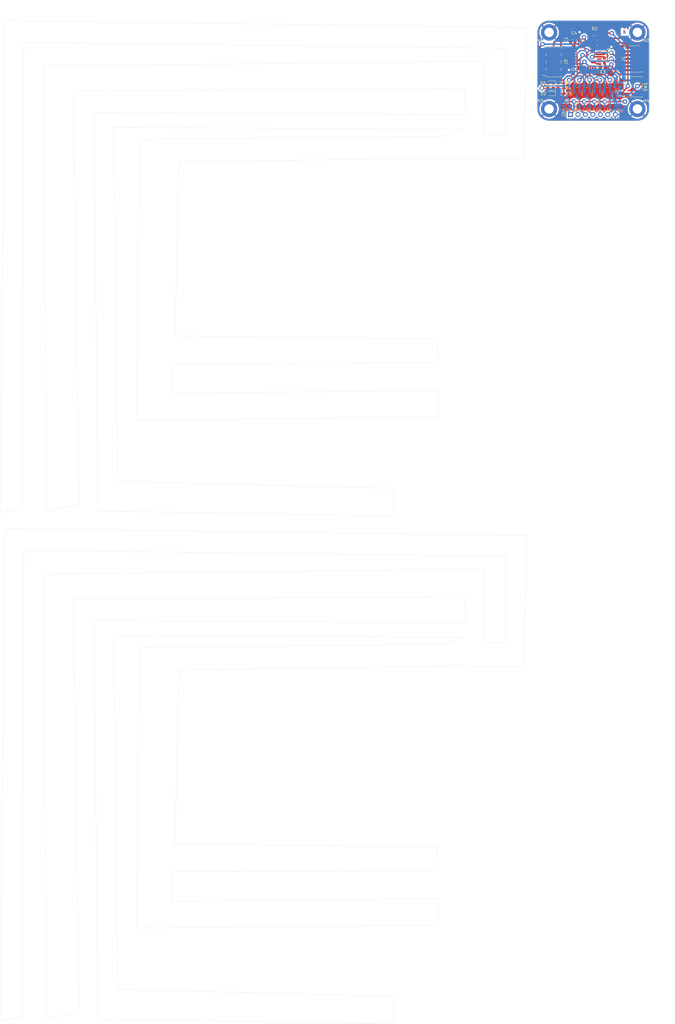
<source format=kicad_pcb>
(kicad_pcb (version 20221018) (generator pcbnew)
  (layers (0 "F.Cu" signal) (31 "B.Cu" signal) (34 "B.Paste" user) (35 "F.Paste" user) (36 "B.SilkS" user "B.Silkscreen") (37 "F.SilkS" user "F.Silkscreen") (38 "B.Mask" user) (39 "F.Mask" user) (44 "Edge.Cuts" user))
  (net 0 "")
  (net 1 "+5V-v2-")
  (net 2 "GND-v2-")
  (net 3 "+3.3V-v2-")
  (net 4 "Net-(D1-K)-v2-")
  (net 6 "Net-(D3-K)-v2-")
  (net 7 "Status_LED-v2-")
  (net 8 "Data_Clock_SNES-v2-")
  (net 9 "Data_Latch_SNES-v2-")
  (net 10 "Net-(D2-K)-v2-")
  (net 11 "Serial_Data1_SNES-v2-")
  (net 12 "Serial_Data2_SNES-v2-")
  (net 13 "SPI_Chip_Select-v2-")
  (net 14 "Chip_Enable-v2-")
  (net 15 "SPI_Digital_Input-v2-")
  (net 16 "SPI_Clock-v2-")
  (net 17 "SPI_Digital_Output-v2-")
  (net 18 "IOBit_SNES-v2-")
  (net 19 "Data_Clock_STM32-v2-")
  (net 20 "Data_Latch_STM32-v2-")
  (net 21 "Appairing_Btn-v2-")
  (net 22 "Net-(U2-BP)-v2-")
  (net 23 "SWDIO-v2-")
  (net 24 "SWDCK-v2-")
  (net 27 "NRST-v2-")
  (net 28 "USART2_RX-v2-")
  (net 29 "USART2_TX-v2-")
  (net 30 "Serial_Data1_STM32-v2-")
  (net 31 "IOBit_STM32-v2-")
  (net 32 "Serial_Data2_STM32-v2-")
  (footprint "Connector_PinSocket_2.54mm:PinSocket_2x04_P2.54mm_Vertical_SMD" (layer "F.Cu") (at 189.25 15.25 180)
    (fp_text reference "J3")
    (fp_text value "Conn_01x08_Socket")
  )
  (footprint "MountingHole:MountingHole_3.2mm_M3_DIN965_Pad" (layer "F.Cu") (at 187.75 31.25)
    (fp_text reference "H3")
    (fp_text value "MountingHole_Pad")
  )
  (footprint "Diode_SMD:D_0603_1608Metric_Pad1.05x0.95mm_HandSolder" (layer "F.Cu") (at 188.26875 24.25 180)
    (fp_text reference "D3")
    (fp_text value "LED")
  )
  (footprint "Diode_SMD:D_0603_1608Metric_Pad1.05x0.95mm_HandSolder" (layer "F.Cu") (at 188.26875 26.05 180)
    (fp_text reference "D2")
    (fp_text value "LED_Small")
  )
  (footprint "Capacitor_SMD:C_0603_1608Metric_Pad1.08x0.95mm_HandSolder" (layer "F.Cu") (at 196.55 7.75 90)
    (fp_text reference "C4")
    (fp_text value "100n")
  )
  (footprint "MountingHole:MountingHole_3.2mm_M3_DIN965_Pad" (layer "F.Cu") (at 187.75 5.25)
    (fp_text reference "H1")
    (fp_text value "MountingHole_Pad")
  )
  (footprint "MountingHole:MountingHole_3.2mm_M3_DIN965_Pad" (layer "F.Cu") (at 217.75 31.25)
    (fp_text reference "H4")
    (fp_text value "MountingHole_Pad")
  )
  (footprint "Package_QFP:LQFP-32_7x7mm_P0.8mm" (layer "F.Cu") (at 200.6 13.15 180)
    (fp_text reference "U1")
    (fp_text value "STM32L412KBTx")
  )
  (footprint "Connector_PinHeader_1.27mm:PinHeader_2x07_P1.27mm_Vertical_SMD" (layer "F.Cu") (at 216.75 14.25 180)
    (fp_text reference "J1")
    (fp_text value "Conn_02x07_Odd_Even")
  )
  (footprint "Connector_PinHeader_2.54mm:PinHeader_1x07_P2.54mm_Vertical" (layer "F.Cu") (at 195 33.15 90)
    (fp_text reference "J2")
    (fp_text value "Conn_01x07_Socket")
  )
  (footprint "Resistor_SMD:R_0603_1608Metric_Pad0.98x0.95mm_HandSolder" (layer "F.Cu") (at 191.76875 22.45)
    (fp_text reference "R1")
    (fp_text value "1k")
  )
  (footprint "Resistor_SMD:R_0603_1608Metric_Pad0.98x0.95mm_HandSolder" (layer "F.Cu") (at 191.76875 24.25)
    (fp_text reference "R4")
    (fp_text value "1k")
  )
  (footprint "Resistor_SMD:R_0603_1608Metric_Pad0.98x0.95mm_HandSolder" (layer "F.Cu") (at 191.76875 26.05)
    (fp_text reference "R3")
    (fp_text value "1k")
  )
  (footprint "Diode_SMD:D_0603_1608Metric_Pad1.05x0.95mm_HandSolder" (layer "F.Cu") (at 188.26875 22.45 180)
    (fp_text reference "D1")
    (fp_text value "LED_Small")
  )
  (footprint "MountingHole:MountingHole_3.2mm_M3_DIN965_Pad" (layer "F.Cu") (at 217.75 5.25)
    (fp_text reference "H2")
    (fp_text value "MountingHole_Pad")
  )
  (footprint "Button_Switch_SMD:SW_SPST_B3S-1000" (layer "F.Cu") (at 216.25 23.75 180)
    (fp_text reference "SW1")
    (fp_text value "SW_SPST")
  )
  (footprint "Capacitor_SMD:C_0603_1608Metric_Pad1.08x0.95mm_HandSolder" (layer "F.Cu") (at 206.51 11.5 90)
    (fp_text reference "C5")
    (fp_text value "100n")
  )
  (footprint "Capacitor_SMD:C_0603_1608Metric_Pad1.08x0.95mm_HandSolder" (layer "F.Cu") (at 195.05 7.75 90)
    (fp_text reference "C1")
    (fp_text value "10u")
  )
  (footprint "Resistor_SMD:R_0603_1608Metric_Pad0.98x0.95mm_HandSolder" (layer "F.Cu") (at 203.17 6.32 90)
    (fp_text reference "R2")
    (fp_text value "10k")
  )
  (footprint "Capacitor_SMD:C_0603_1608Metric_Pad1.08x0.95mm_HandSolder" (layer "F.Cu") (at 206.51 14.8025 90)
    (fp_text reference "C2")
    (fp_text value "100n")
  )
  (footprint "Capacitor_SMD:C_0603_1608Metric_Pad1.08x0.95mm_HandSolder" (layer "F.Cu") (at 206.0025 17.19)
    (fp_text reference "C3")
    (fp_text value "100n")
  )
  (footprint "Resistor_SMD:R_0603_1608Metric_Pad0.98x0.95mm_HandSolder" (layer "B.Cu") (at 193.7 23.45)
    (fp_text reference "R5")
    (fp_text value "10k")
  )
  (footprint "Capacitor_SMD:C_0603_1608Metric_Pad1.08x0.95mm_HandSolder" (layer "B.Cu") (at 210.9 23.7 180)
    (fp_text reference "C6")
    (fp_text value "470p")
  )
  (footprint "Package_TO_SOT_SMD:SOT-23" (layer "B.Cu") (at 193.7 26.15 -90)
    (fp_text reference "Q1")
    (fp_text value "2N7002")
  )
  (footprint "Resistor_SMD:R_0603_1608Metric_Pad0.98x0.95mm_HandSolder" (layer "B.Cu") (at 207.5 30.35)
    (fp_text reference "R14")
    (fp_text value "10k")
  )
  (footprint "Package_SO:MSOP-8_3x3mm_P0.65mm" (layer "B.Cu") (at 211.0125 27.9 -90)
    (fp_text reference "U2")
    (fp_text value "MIC5219-3.3YMM")
  )
  (footprint "Package_TO_SOT_SMD:SOT-23" (layer "B.Cu") (at 200.6 26.15 -90)
    (fp_text reference "Q3")
    (fp_text value "2N7002")
  )
  (footprint "Resistor_SMD:R_0603_1608Metric_Pad0.98x0.95mm_HandSolder" (layer "B.Cu") (at 193.7 30.35)
    (fp_text reference "R10")
    (fp_text value "10k")
  )
  (footprint "Capacitor_SMD:C_0603_1608Metric_Pad1.08x0.95mm_HandSolder" (layer "B.Cu") (at 210.9 22.2 180)
    (fp_text reference "C7")
    (fp_text value "2.2u")
  )
  (footprint "Resistor_SMD:R_0603_1608Metric_Pad0.98x0.95mm_HandSolder" (layer "B.Cu") (at 200.6 30.35)
    (fp_text reference "R12")
    (fp_text value "10k")
  )
  (footprint "Resistor_SMD:R_0603_1608Metric_Pad0.98x0.95mm_HandSolder" (layer "B.Cu") (at 204.05 30.35)
    (fp_text reference "R13")
    (fp_text value "10k")
  )
  (footprint "Package_TO_SOT_SMD:SOT-23" (layer "B.Cu") (at 204.05 26.15 -90)
    (fp_text reference "Q4")
    (fp_text value "2N7002")
  )
  (footprint "Package_TO_SOT_SMD:SOT-23" (layer "B.Cu") (at 197.15 26.15 -90)
    (fp_text reference "Q2")
    (fp_text value "2N7002")
  )
  (footprint "Resistor_SMD:R_0603_1608Metric_Pad0.98x0.95mm_HandSolder" (layer "B.Cu") (at 204.05 23.45)
    (fp_text reference "R8")
    (fp_text value "10k")
  )
  (footprint "Resistor_SMD:R_0603_1608Metric_Pad0.98x0.95mm_HandSolder" (layer "B.Cu") (at 200.6 23.45)
    (fp_text reference "R7")
    (fp_text value "10k")
  )
  (footprint "Resistor_SMD:R_0603_1608Metric_Pad0.98x0.95mm_HandSolder" (layer "B.Cu") (at 197.15 30.35)
    (fp_text reference "R11")
    (fp_text value "10k")
  )
  (footprint "Package_TO_SOT_SMD:SOT-23" (layer "B.Cu") (at 207.5 26.15 -90)
    (fp_text reference "Q5")
    (fp_text value "2N7002")
  )
  (footprint "Resistor_SMD:R_0603_1608Metric_Pad0.98x0.95mm_HandSolder" (layer "B.Cu") (at 197.15 23.45)
    (fp_text reference "R6")
    (fp_text value "10k")
  )
  (footprint "Resistor_SMD:R_0603_1608Metric_Pad0.98x0.95mm_HandSolder" (layer "B.Cu") (at 207.5 23.45)
    (fp_text reference "R9")
    (fp_text value "10k")
  )
  (gr_line (start 159.059937 24.41989) (end 159.399937 33.14989) (stroke (width 0.05)) (layer "Edge.Cuts"))
  (gr_line (start 179.209937 220.75989) (end 180.219937 176.09989) (stroke (width 0.05)) (layer "Edge.Cuts"))
  (gr_line (start 153.019937 220.41989) (end 179.209937 220.75989) (stroke (width 0.05)) (layer "Edge.Cuts"))
  (gr_arc (start 183.75 5.25) (mid 184.921573 2.421573) (end 187.75 1.25) (stroke (width 0.1)) (layer "Edge.Cuts"))
  (gr_line (start 134.889937 169.46989) (end 134.889937 160.06989) (stroke (width 0.05)) (layer "Edge.Cuts"))
  (gr_line (start 8.639937 339.94989) (end 9.309937 181.13989) (stroke (width 0.05)) (layer "Edge.Cuts"))
  (gr_line (start 221.75 5.25) (end 221.75 31.25) (stroke (width 0.1)) (layer "Edge.Cuts"))
  (gr_line (start 159.399937 205.64989) (end 33.149937 204.97989) (stroke (width 0.05)) (layer "Edge.Cuts"))
  (gr_line (start 17.039937 340.28989) (end 28.119937 337.93989) (stroke (width 0.05)) (layer "Edge.Cuts"))
  (gr_line (start 26.099937 25.08989) (end 159.059937 24.41989) (stroke (width 0.05)) (layer "Edge.Cuts"))
  (gr_line (start 2.929937 173.74989) (end 1.249937 340.62989) (stroke (width 0.05)) (layer "Edge.Cuts"))
  (gr_line (start 1.249937 340.62989) (end 8.639937 339.94989) (stroke (width 0.05)) (layer "Edge.Cuts"))
  (gr_line (start 17.039937 167.78989) (end 28.119937 165.43989) (stroke (width 0.05)) (layer "Edge.Cuts"))
  (gr_line (start 16.029937 189.19989) (end 17.039937 340.28989) (stroke (width 0.05)) (layer "Edge.Cuts"))
  (gr_line (start 62.029937 49.26989) (end 153.019937 47.91989) (stroke (width 0.05)) (layer "Edge.Cuts"))
  (gr_line (start 33.149937 204.97989) (end 34.489937 340.28989) (stroke (width 0.05)) (layer "Edge.Cuts"))
  (gr_line (start 150.329937 299.32989) (end 59.679937 300.32989) (stroke (width 0.05)) (layer "Edge.Cuts"))
  (gr_line (start 62.029937 221.76989) (end 153.019937 220.41989) (stroke (width 0.05)) (layer "Edge.Cuts"))
  (gr_line (start 217.75 35.25) (end 187.75 35.25) (stroke (width 0.1)) (layer "Edge.Cuts"))
  (gr_line (start 1.249937 168.12989) (end 8.639937 167.44989) (stroke (width 0.05)) (layer "Edge.Cuts"))
  (gr_line (start 165.439937 15.01989) (end 16.029937 16.69989) (stroke (width 0.05)) (layer "Edge.Cuts"))
  (gr_line (start 180.219937 3.59989) (end 2.929937 1.24989) (stroke (width 0.05)) (layer "Edge.Cuts"))
  (gr_arc (start 187.75 35.25) (mid 184.921573 34.078427) (end 183.75 31.25) (stroke (width 0.1)) (layer "Edge.Cuts"))
  (gr_line (start 34.489937 167.78989) (end 134.889937 169.46989) (stroke (width 0.05)) (layer "Edge.Cuts"))
  (gr_line (start 158.729937 38.18989) (end 152.349937 40.53989) (stroke (width 0.05)) (layer "Edge.Cuts"))
  (gr_line (start 158.729937 210.68989) (end 152.349937 213.03989) (stroke (width 0.05)) (layer "Edge.Cuts"))
  (gr_line (start 165.439937 212.69989) (end 165.439937 187.51989) (stroke (width 0.05)) (layer "Edge.Cuts"))
  (gr_line (start 28.119937 337.93989) (end 26.099937 197.58989) (stroke (width 0.05)) (layer "Edge.Cuts"))
  (gr_line (start 16.029937 16.69989) (end 17.039937 167.78989) (stroke (width 0.05)) (layer "Edge.Cuts"))
  (gr_line (start 150.329937 126.82989) (end 59.679937 127.82989) (stroke (width 0.05)) (layer "Edge.Cuts"))
  (gr_line (start 134.889937 160.06989) (end 41.209937 157.71989) (stroke (width 0.05)) (layer "Edge.Cuts"))
  (gr_line (start 41.209937 330.21989) (end 39.869937 210.00989) (stroke (width 0.05)) (layer "Edge.Cuts"))
  (gr_line (start 39.869937 210.00989) (end 158.729937 210.68989) (stroke (width 0.05)) (layer "Edge.Cuts"))
  (gr_line (start 47.589937 309.39989) (end 149.999937 308.38989) (stroke (width 0.05)) (layer "Edge.Cuts"))
  (gr_line (start 173.159937 183.14989) (end 173.159937 212.35989) (stroke (width 0.05)) (layer "Edge.Cuts"))
  (gr_line (start 47.589937 136.89989) (end 149.999937 135.88989) (stroke (width 0.05)) (layer "Edge.Cuts"))
  (gr_line (start 60.679937 108.35989) (end 62.029937 49.26989) (stroke (width 0.05)) (layer "Edge.Cuts"))
  (gr_line (start 149.999937 135.88989) (end 150.329937 126.82989) (stroke (width 0.05)) (layer "Edge.Cuts"))
  (gr_line (start 26.099937 197.58989) (end 159.059937 196.91989) (stroke (width 0.05)) (layer "Edge.Cuts"))
  (gr_line (start 180.219937 176.09989) (end 2.929937 173.74989) (stroke (width 0.05)) (layer "Edge.Cuts"))
  (gr_line (start 149.659937 281.86989) (end 60.679937 280.85989) (stroke (width 0.05)) (layer "Edge.Cuts"))
  (gr_line (start 165.439937 187.51989) (end 16.029937 189.19989) (stroke (width 0.05)) (layer "Edge.Cuts"))
  (gr_line (start 173.159937 39.85989) (end 165.439937 40.19989) (stroke (width 0.05)) (layer "Edge.Cuts"))
  (gr_line (start 28.119937 165.43989) (end 26.099937 25.08989) (stroke (width 0.05)) (layer "Edge.Cuts"))
  (gr_line (start 134.889937 341.96989) (end 134.889937 332.56989) (stroke (width 0.05)) (layer "Edge.Cuts"))
  (gr_arc (start 217.75 1.25) (mid 220.578427 2.421573) (end 221.75 5.25) (stroke (width 0.1)) (layer "Edge.Cuts"))
  (gr_line (start 179.209937 48.25989) (end 180.219937 3.59989) (stroke (width 0.05)) (layer "Edge.Cuts"))
  (gr_line (start 183.75 31.25) (end 183.75 5.25) (stroke (width 0.1)) (layer "Edge.Cuts"))
  (gr_line (start 59.679937 300.32989) (end 59.679937 290.25989) (stroke (width 0.05)) (layer "Edge.Cuts"))
  (gr_line (start 159.059937 196.91989) (end 159.399937 205.64989) (stroke (width 0.05)) (layer "Edge.Cuts"))
  (gr_line (start 134.889937 332.56989) (end 41.209937 330.21989) (stroke (width 0.05)) (layer "Edge.Cuts"))
  (gr_line (start 33.149937 32.47989) (end 34.489937 167.78989) (stroke (width 0.05)) (layer "Edge.Cuts"))
  (gr_arc (start 221.75 31.25) (mid 220.578427 34.078427) (end 217.75 35.25) (stroke (width 0.1)) (layer "Edge.Cuts"))
  (gr_line (start 165.439937 40.19989) (end 165.439937 15.01989) (stroke (width 0.05)) (layer "Edge.Cuts"))
  (gr_line (start 152.349937 213.03989) (end 48.599937 214.03989) (stroke (width 0.05)) (layer "Edge.Cuts"))
  (gr_line (start 48.599937 41.53989) (end 47.589937 136.89989) (stroke (width 0.05)) (layer "Edge.Cuts"))
  (gr_line (start 41.209937 157.71989) (end 39.869937 37.50989) (stroke (width 0.05)) (layer "Edge.Cuts"))
  (gr_line (start 149.999937 117.42989) (end 149.659937 109.36989) (stroke (width 0.05)) (layer "Edge.Cuts"))
  (gr_line (start 34.489937 340.28989) (end 134.889937 341.96989) (stroke (width 0.05)) (layer "Edge.Cuts"))
  (gr_line (start 59.679937 127.82989) (end 59.679937 117.75989) (stroke (width 0.05)) (layer "Edge.Cuts"))
  (gr_line (start 149.999937 308.38989) (end 150.329937 299.32989) (stroke (width 0.05)) (layer "Edge.Cuts"))
  (gr_line (start 9.309937 8.63989) (end 173.159937 10.64989) (stroke (width 0.05)) (layer "Edge.Cuts"))
  (gr_line (start 153.019937 47.91989) (end 179.209937 48.25989) (stroke (width 0.05)) (layer "Edge.Cuts"))
  (gr_line (start 149.659937 109.36989) (end 60.679937 108.35989) (stroke (width 0.05)) (layer "Edge.Cuts"))
  (gr_line (start 152.349937 40.53989) (end 48.599937 41.53989) (stroke (width 0.05)) (layer "Edge.Cuts"))
  (gr_line (start 173.159937 212.35989) (end 165.439937 212.69989) (stroke (width 0.05)) (layer "Edge.Cuts"))
  (gr_line (start 173.159937 10.64989) (end 173.159937 39.85989) (stroke (width 0.05)) (layer "Edge.Cuts"))
  (gr_line (start 2.929937 1.24989) (end 1.249937 168.12989) (stroke (width 0.05)) (layer "Edge.Cuts"))
  (gr_line (start 59.679937 290.25989) (end 149.999937 289.92989) (stroke (width 0.05)) (layer "Edge.Cuts"))
  (gr_line (start 39.869937 37.50989) (end 158.729937 38.18989) (stroke (width 0.05)) (layer "Edge.Cuts"))
  (gr_line (start 8.639937 167.44989) (end 9.309937 8.63989) (stroke (width 0.05)) (layer "Edge.Cuts"))
  (gr_line (start 187.75 1.25) (end 217.75 1.25) (stroke (width 0.1)) (layer "Edge.Cuts"))
  (gr_line (start 149.999937 289.92989) (end 149.659937 281.86989) (stroke (width 0.05)) (layer "Edge.Cuts"))
  (gr_line (start 48.599937 214.03989) (end 47.589937 309.39989) (stroke (width 0.05)) (layer "Edge.Cuts"))
  (gr_line (start 159.399937 33.14989) (end 33.149937 32.47989) (stroke (width 0.05)) (layer "Edge.Cuts"))
  (gr_line (start 60.679937 280.85989) (end 62.029937 221.76989) (stroke (width 0.05)) (layer "Edge.Cuts"))
  (gr_line (start 9.309937 181.13989) (end 173.159937 183.14989) (stroke (width 0.05)) (layer "Edge.Cuts"))
  (gr_line (start 59.679937 117.75989) (end 149.999937 117.42989) (stroke (width 0.05)) (layer "Edge.Cuts"))
  (gr_text "SNES Plug" (at 205.75 3.75) (layer "F.Cu") (effects (font (size 1 1)) (justify left bottom)))
  (gr_text "T" (at 212.75 5.75) (layer "F.Cu") (effects (font (size 1 1)) (justify left bottom)))
  (gr_text "B" (at 212.75 5.75) (layer "B.Cu") (effects (font (size 1 1)) (justify left bottom)))
  (segment (start 190.25 27.5) (end 191.5 28.75) (width 0.5) (layer "F.Cu") (net 1))
  (segment (start 191.5 28.75) (end 196.2375 28.75) (width 0.5) (layer "F.Cu") (net 1))
  (segment (start 196.2375 31.9125) (end 195 33.15) (width 0.5) (layer "F.Cu") (net 1))
  (segment (start 203.1375 28.75) (end 206.5875 28.75) (width 0.5) (layer "F.Cu") (net 1))
  (segment (start 188.809189 27.5) (end 190.25 27.5) (width 0.5) (layer "F.Cu") (net 1))
  (segment (start 203.1375 28.75) (end 199.6875 28.75) (width 0.5) (layer "F.Cu") (net 1))
  (segment (start 206.5875 28.75) (end 213.5 28.75) (width 0.5) (layer "F.Cu") (net 1))
  (segment (start 196.2375 28.75) (end 196.2375 31.9125) (width 0.5) (layer "F.Cu") (net 1))
  (segment (start 187.39375 26.05) (end 187.39375 26.084561) (width 0.5) (layer "F.Cu") (net 1))
  (segment (start 196.2375 28.75) (end 199.6875 28.75) (width 0.3) (layer "F.Cu") (net 1))
  (segment (start 187.39375 26.084561) (end 188.809189 27.5) (width 0.5) (layer "F.Cu") (net 1))
  (via (at 213.5 28.75) (size 1.6) (drill 0.8) (layers "F.Cu" "B.Cu") (net 1))
  (via (at 203.1375 28.75) (size 1.6) (drill 0.8) (layers "F.Cu" "B.Cu") (net 1))
  (via (at 206.5875 28.75) (size 1.6) (drill 0.8) (layers "F.Cu" "B.Cu") (net 1))
  (via (at 199.6875 28.75) (size 1.6) (drill 0.8) (layers "F.Cu" "B.Cu") (net 1))
  (via (at 196.2375 28.75) (size 1.6) (drill 0.8) (layers "F.Cu" "B.Cu") (net 1))
  (segment (start 196.2375 30.35) (end 196.2375 28.75) (width 0.5) (layer "B.Cu") (net 1))
  (segment (start 210.6875 25.7875) (end 210.6875 27.230761) (width 0.3) (layer "B.Cu") (net 1))
  (segment (start 199.6875 28.75) (end 199.6875 30.35) (width 0.5) (layer "B.Cu") (net 1))
  (segment (start 195 33.15) (end 195 32.5625) (width 0.5) (layer "B.Cu") (net 1))
  (segment (start 213.4 28.65) (end 212.106739 28.65) (width 0.5) (layer "B.Cu") (net 1))
  (segment (start 203.1375 28.75) (end 203.1375 30.35) (width 0.5) (layer "B.Cu") (net 1))
  (segment (start 195 32.5625) (end 192.7875 30.35) (width 0.5) (layer "B.Cu") (net 1))
  (segment (start 213.5 28.75) (end 213.4 28.65) (width 0.5) (layer "B.Cu") (net 1))
  (segment (start 206.5875 28.75) (end 206.5875 30.35) (width 0.5) (layer "B.Cu") (net 1))
  (segment (start 212.106739 28.65) (end 210.6875 27.230761) (width 0.5) (layer "B.Cu") (net 1))
  (segment (start 194.5 18) (end 193.44 19.06) (width 0.5) (layer "F.Cu") (net 2))
  (segment (start 206.865 16.02) (end 206.51 15.665) (width 0.5) (layer "F.Cu") (net 2))
  (segment (start 208.899189 10.15) (end 208.411689 10.6375) (width 0.5) (layer "F.Cu") (net 2))
  (segment (start 206.51 15.665) (end 206.51 15.591193) (width 0.5) (layer "F.Cu") (net 2))
  (segment (start 204.29 18.215) (end 205.84 18.215) (width 0.5) (layer "F.Cu") (net 2))
  (segment (start 195.05 6.8875) (end 196.55 6.8875) (width 0.5) (layer "F.Cu") (net 2))
  (segment (start 193.44 19.06) (end 191.77 19.06) (width 0.5) (layer "F.Cu") (net 2))
  (segment (start 205.84 18.215) (end 206.865 17.19) (width 0.5) (layer "F.Cu") (net 2))
  (segment (start 206.51 15.591193) (end 207.535 14.566193) (width 0.5) (layer "F.Cu") (net 2))
  (segment (start 198.1 5.15) (end 197.8 5.45) (width 0.5) (layer "F.Cu") (net 2))
  (segment (start 196.55 6.7) (end 198.1 5.15) (width 0.5) (layer "F.Cu") (net 2))
  (segment (start 206.865 17.19) (end 206.865 16.02) (width 0.5) (layer "F.Cu") (net 2))
  (segment (start 203.4 17.325) (end 204.29 18.215) (width 0.5) (layer "F.Cu") (net 2))
  (segment (start 197.8 5.45) (end 197.8 8.975) (width 0.5) (layer "F.Cu") (net 2))
  (segment (start 208.411689 10.6375) (end 206.51 10.6375) (width 0.5) (layer "F.Cu") (net 2))
  (segment (start 207.535 14.566193) (end 207.535 11.6625) (width 0.5) (layer "F.Cu") (net 2))
  (segment (start 207.535 11.6625) (end 206.51 10.6375) (width 0.5) (layer "F.Cu") (net 2))
  (segment (start 196.55 6.8875) (end 196.55 6.7) (width 0.5) (layer "F.Cu") (net 2))
  (via (at 210.0375 20.15) (size 1.6) (drill 0.8) (layers "F.Cu" "B.Cu") (net 2))
  (via (at 198.1 5.15) (size 1.6) (drill 0.8) (layers "F.Cu" "B.Cu") (net 2))
  (via (at 208.899189 10.15) (size 1.6) (drill 0.8) (layers "F.Cu" "B.Cu") (net 2))
  (via (at 194.5 18) (size 1.6) (drill 0.8) (layers "F.Cu" "B.Cu") (net 2))
  (segment (start 210.0375 22.2) (end 210.0375 23.7) (width 0.5) (layer "B.Cu") (net 2))
  (segment (start 208.899189 10.15) (end 206.15 10.15) (width 0.5) (layer "B.Cu") (net 2))
  (segment (start 210.0375 22.2) (end 210.0375 20.15) (width 0.5) (layer "B.Cu") (net 2))
  (segment (start 201.15 5.15) (end 198.1 5.15) (width 0.5) (layer "B.Cu") (net 2))
  (segment (start 206.15 10.15) (end 201.15 5.15) (width 0.5) (layer "B.Cu") (net 2))
  (segment (start 210.0375 20.1875) (end 210 20.15) (width 0.5) (layer "B.Cu") (net 2))
  (segment (start 200.6 13.809189) (end 200.6 11.4) (width 0.5) (layer "F.Cu") (net 3))
  (segment (start 195.05 8.975) (end 196.425 10.35) (width 0.5) (layer "F.Cu") (net 3))
  (segment (start 196.425 8.7375) (end 196.55 8.6125) (width 0.5) (layer "F.Cu") (net 3))
  (segment (start 217.75 23.5) (end 218.225 23.5) (width 0.5) (layer "F.Cu") (net 3))
  (segment (start 202.290811 15.5) (end 200.6 13.809189) (width 0.5) (layer "F.Cu") (net 3))
  (segment (start 187.39375 24.25) (end 185.25 24.25) (width 0.5) (layer "F.Cu") (net 3))
  (segment (start 205.14 17.19) (end 205.14 16.315) (width 0.5) (layer "F.Cu") (net 3))
  (segment (start 203.420406 15.5) (end 202.290811 15.5) (width 0.5) (layer "F.Cu") (net 3))
  (segment (start 206.51 12.3625) (end 206.1225 12.75) (width 0.5) (layer "F.Cu") (net 3))
  (segment (start 220.75 20.975) (end 220.75 17.14) (width 0.5) (layer "F.Cu") (net 3))
  (segment (start 196.425 10.35) (end 196.425 8.7375) (width 0.5) (layer "F.Cu") (net 3))
  (segment (start 220.4 16.79) (end 220.75 17.14) (width 0.5) (layer "F.Cu") (net 3))
  (segment (start 185.25 20.54) (end 186.73 19.06) (width 0.5) (layer "F.Cu") (net 3))
  (segment (start 200.6 11.4) (end 199.55 10.35) (width 0.5) (layer "F.Cu") (net 3))
  (segment (start 195.05 8.6125) (end 195.05 8.975) (width 0.5) (layer "F.Cu") (net 3))
  (segment (start 203.75 12.75) (end 202.4 11.4) (width 0.5) (layer "F.Cu") (net 3))
  (segment (start 185.25 24.25) (end 185.25 20.54) (width 0.5) (layer "F.Cu") (net 3))
  (segment (start 218.7 16.79) (end 220.4 16.79) (width 0.5) (layer "F.Cu") (net 3))
  (segment (start 202.4 11.4) (end 200.6 11.4) (width 0.5) (layer "F.Cu") (net 3))
  (segment (start 204.775 15.95) (end 203.870406 15.95) (width 0.5) (layer "F.Cu") (net 3))
  (segment (start 199.55 10.35) (end 196.425 10.35) (width 0.5) (layer "F.Cu") (net 3))
  (segment (start 218.225 23.5) (end 220.225 21.5) (width 0.5) (layer "F.Cu") (net 3))
  (segment (start 204.775 12.75) (end 203.75 12.75) (width 0.5) (layer "F.Cu") (net 3))
  (segment (start 220.225 21.5) (end 220.75 20.975) (width 0.5) (layer "F.Cu") (net 3))
  (segment (start 205.14 16.315) (end 204.775 15.95) (width 0.5) (layer "F.Cu") (net 3))
  (segment (start 203.870406 15.95) (end 203.420406 15.5) (width 0.5) (layer "F.Cu") (net 3))
  (segment (start 206.1225 12.75) (end 204.775 12.75) (width 0.5) (layer "F.Cu") (net 3))
  (segment (start 212.275 21.5) (end 220.225 21.5) (width 0.5) (layer "F.Cu") (net 3))
  (via (at 217.75 23.5) (size 1.6) (drill 0.8) (layers "F.Cu" "B.Cu") (net 3))
  (via (at 200.6 11.4) (size 1.6) (drill 0.8) (layers "F.Cu" "B.Cu") (net 3))
  (via (at 185.25 24.25) (size 1.6) (drill 0.8) (layers "F.Cu" "B.Cu") (net 3))
  (segment (start 198.35 11.4) (end 197.303311 12.446689) (width 0.5) (layer "B.Cu") (net 3))
  (segment (start 200.6 11.4) (end 198.35 11.4) (width 0.5) (layer "B.Cu") (net 3))
  (segment (start 199.6875 21.115811) (end 198.621689 20.05) (width 0.5) (layer "B.Cu") (net 3))
  (segment (start 206.5875 21.115811) (end 205.521689 20.05) (width 0.5) (layer "B.Cu") (net 3))
  (segment (start 211.7625 22.2) (end 211.7625 19.965811) (width 0.5) (layer "B.Cu") (net 3))
  (segment (start 214.743261 26.506739) (end 213 26.506739) (width 0.5) (layer "B.Cu") (net 3))
  (segment (start 203.1375 21.115811) (end 203.1375 23.45) (width 0.5) (layer "B.Cu") (net 3))
  (segment (start 208.903311 18.8) (end 206.5875 21.115811) (width 0.5) (layer "B.Cu") (net 3))
  (segment (start 200.753311 20.05) (end 202.071689 20.05) (width 0.5) (layer "B.Cu") (net 3))
  (segment (start 213 22.75) (end 212.45 22.2) (width 0.5) (layer "B.Cu") (net 3))
  (segment (start 196.2375 21.115811) (end 196.2375 23.45) (width 0.5) (layer "B.Cu") (net 3))
  (segment (start 213 26.506739) (end 213 22.75) (width 0.5) (layer "B.Cu") (net 3))
  (segment (start 212.45 22.2) (end 211.7625 22.2) (width 0.5) (layer "B.Cu") (net 3))
  (segment (start 199.65 25.2125) (end 199.65 23.4875) (width 0.5) (layer "B.Cu") (net 3))
  (segment (start 198.621689 20.05) (end 197.303311 20.05) (width 0.5) (layer "B.Cu") (net 3))
  (segment (start 197.303311 20.05) (end 196.2375 21.115811) (width 0.5) (layer "B.Cu") (net 3))
  (segment (start 196.2 23.4875) (end 196.2375 23.45) (width 0.5) (layer "B.Cu") (net 3))
  (segment (start 210.596689 18.8) (end 208.903311 18.8) (width 0.5) (layer "B.Cu") (net 3))
  (segment (start 211.7625 19.965811) (end 210.596689 18.8) (width 0.5) (layer "B.Cu") (net 3))
  (segment (start 211.3375 26.727817) (end 211.759683 27.15) (width 0.3) (layer "B.Cu") (net 3))
  (segment (start 214.743261 26.506739) (end 217.75 23.5) (width 0.5) (layer "B.Cu") (net 3))
  (segment (start 192.7875 23.45) (end 192.7875 21.315811) (width 0.5) (layer "B.Cu") (net 3))
  (segment (start 195.171689 20.05) (end 196.2375 21.115811) (width 0.5) (layer "B.Cu") (net 3))
  (segment (start 203.1 25.2125) (end 203.1 23.4875) (width 0.5) (layer "B.Cu") (net 3))
  (segment (start 192.75 25.2125) (end 192.75 23.4875) (width 0.5) (layer "B.Cu") (net 3))
  (segment (start 206.5875 23.45) (end 206.5875 21.115811) (width 0.5) (layer "B.Cu") (net 3))
  (segment (start 206.55 25.2125) (end 206.55 23.4875) (width 0.5) (layer "B.Cu") (net 3))
  (segment (start 213 26.506739) (end 212.356739 27.15) (width 0.5) (layer "B.Cu") (net 3))
  (segment (start 192.75 23.4875) (end 192.7875 23.45) (width 0.5) (layer "B.Cu") (net 3))
  (segment (start 203.1 23.4875) (end 203.1375 23.45) (width 0.5) (layer "B.Cu") (net 3))
  (segment (start 199.6875 21.115811) (end 200.753311 20.05) (width 0.5) (layer "B.Cu") (net 3))
  (segment (start 186.05 23.45) (end 192.7875 23.45) (width 0.5) (layer "B.Cu") (net 3))
  (segment (start 192.7875 21.315811) (end 194.053311 20.05) (width 0.5) (layer "B.Cu") (net 3))
  (segment (start 211.3375 25.7875) (end 211.3375 26.727817) (width 0.3) (layer "B.Cu") (net 3))
  (segment (start 212.356739 27.15) (end 211.759683 27.15) (width 0.5) (layer "B.Cu") (net 3))
  (segment (start 204.203311 20.05) (end 203.1375 21.115811) (width 0.5) (layer "B.Cu") (net 3))
  (segment (start 202.071689 20.05) (end 203.1375 21.115811) (width 0.5) (layer "B.Cu") (net 3))
  (segment (start 196.2 25.2125) (end 196.2 23.4875) (width 0.5) (layer "B.Cu") (net 3))
  (segment (start 199.65 23.4875) (end 199.6875 23.45) (width 0.5) (layer "B.Cu") (net 3))
  (segment (start 206.55 23.4875) (end 206.5875 23.45) (width 0.5) (layer "B.Cu") (net 3))
  (segment (start 205.521689 20.05) (end 204.203311 20.05) (width 0.5) (layer "B.Cu") (net 3))
  (segment (start 185.25 24.25) (end 186.05 23.45) (width 0.5) (layer "B.Cu") (net 3))
  (segment (start 194.053311 20.05) (end 195.171689 20.05) (width 0.5) (layer "B.Cu") (net 3))
  (segment (start 197.303311 12.446689) (end 197.303311 20.05) (width 0.5) (layer "B.Cu") (net 3))
  (segment (start 199.6875 23.45) (end 199.6875 21.115811) (width 0.5) (layer "B.Cu") (net 3))
  (segment (start 190.85625 22.45) (end 189.14375 22.45) (width 0.5) (layer "F.Cu") (net 4))
  (segment (start 190.85625 24.25) (end 189.14375 24.25) (width 0.5) (layer "F.Cu") (net 6))
  (segment (start 194 20) (end 195.125 20) (width 0.5) (layer "F.Cu") (net 7))
  (segment (start 188.41875 21.425) (end 192.575 21.425) (width 0.5) (layer "F.Cu") (net 7))
  (segment (start 187.39375 22.45) (end 188.41875 21.425) (width 0.5) (layer "F.Cu") (net 7))
  (segment (start 192.575 21.425) (end 194 20) (width 0.5) (layer "F.Cu") (net 7))
  (segment (start 195.125 20) (end 197.8 17.325) (width 0.5) (layer "F.Cu") (net 7))
  (segment (start 194.6125 28) (end 193.7 27.0875) (width 0.5) (layer "B.Cu") (net 8))
  (segment (start 196.75 31.75) (end 196.0125 31.75) (width 0.5) (layer "B.Cu") (net 8))
  (segment (start 197.54 33.15) (end 197.54 32.54) (width 0.5) (layer "B.Cu") (net 8))
  (segment (start 194.6125 30.35) (end 194.6125 28) (width 0.5) (layer "B.Cu") (net 8))
  (segment (start 197.54 32.54) (end 196.75 31.75) (width 0.5) (layer "B.Cu") (net 8))
  (segment (start 196.0125 31.75) (end 194.6125 30.35) (width 0.5) (layer "B.Cu") (net 8))
  (segment (start 198.0625 30.35) (end 198.0625 28) (width 0.5) (layer "B.Cu") (net 9))
  (segment (start 198.0625 31.2125) (end 200 33.15) (width 0.5) (layer "B.Cu") (net 9))
  (segment (start 198.0625 30.35) (end 198.0625 31.2125) (width 0.5) (layer "B.Cu") (net 9))
  (segment (start 198.0625 28) (end 197.15 27.0875) (width 0.5) (layer "B.Cu") (net 9))
  (segment (start 189.14375 26.05) (end 190.85625 26.05) (width 0.5) (layer "F.Cu") (net 10))
  (segment (start 201.5125 32.1625) (end 202.5 33.15) (width 0.5) (layer "B.Cu") (net 11))
  (segment (start 201.5125 30.35) (end 201.5125 32.1625) (width 0.5) (layer "B.Cu") (net 11))
  (segment (start 201.5125 28) (end 200.6 27.0875) (width 0.5) (layer "B.Cu") (net 11))
  (segment (start 201.5125 30.35) (end 201.5125 28) (width 0.5) (layer "B.Cu") (net 11))
  (segment (start 204.9625 30.35) (end 204.9625 28) (width 0.5) (layer "B.Cu") (net 12))
  (segment (start 204.9625 33.1125) (end 205 33.15) (width 0.5) (layer "B.Cu") (net 12))
  (segment (start 204.9625 28) (end 204.05 27.0875) (width 0.5) (layer "B.Cu") (net 12))
  (segment (start 204.9625 30.35) (end 204.9625 33.1125) (width 0.5) (layer "B.Cu") (net 12))
  (segment (start 196.425 11.15) (end 194.85 11.15) (width 0.5) (layer "F.Cu") (net 13))
  (segment (start 194 12) (end 194 14.75) (width 0.5) (layer "F.Cu") (net 13))
  (segment (start 194 14.75) (end 193.5 15.25) (width 0.5) (layer "F.Cu") (net 13))
  (segment (start 194.85 11.15) (end 194 12) (width 0.5) (layer "F.Cu") (net 13))
  (segment (start 188 15.25) (end 186.73 16.52) (width 0.5) (layer "F.Cu") (net 13))
  (segment (start 193.5 15.25) (end 188 15.25) (width 0.5) (layer "F.Cu") (net 13))
  (segment (start 195.520406 11.95) (end 196.425 11.95) (width 0.5) (layer "F.Cu") (net 14))
  (segment (start 191.77 16.52) (end 194.23 16.52) (width 0.5) (layer "F.Cu") (net 14))
  (segment (start 195.125 12.345406) (end 195.520406 11.95) (width 0.5) (layer "F.Cu") (net 14))
  (segment (start 195.125 15.625) (end 195.125 12.345406) (width 0.5) (layer "F.Cu") (net 14))
  (segment (start 194.23 16.52) (end 195.125 15.625) (width 0.5) (layer "F.Cu") (net 14))
  (segment (start 191.77 11.44) (end 191.77 8.516307) (width 0.5) (layer "F.Cu") (net 15))
  (segment (start 191.77 8.516307) (end 196.486307 3.8) (width 0.5) (layer "F.Cu") (net 15))
  (segment (start 201 6) (end 201 8.975) (width 0.5) (layer "F.Cu") (net 15))
  (segment (start 196.486307 3.8) (end 198.8 3.8) (width 0.5) (layer "F.Cu") (net 15))
  (segment (start 198.8 3.8) (end 201 6) (width 0.5) (layer "F.Cu") (net 15))
  (segment (start 195.75 2.5) (end 199.75 2.5) (width 0.5) (layer "F.Cu") (net 16))
  (segment (start 189.25 9) (end 195.75 2.5) (width 0.5) (layer "F.Cu") (net 16))
  (segment (start 199.75 2.5) (end 201.8 4.55) (width 0.5) (layer "F.Cu") (net 16))
  (segment (start 201.8 4.55) (end 201.8 8.975) (width 0.5) (layer "F.Cu") (net 16))
  (segment (start 189.25 12.46) (end 189.25 9) (width 0.5) (layer "F.Cu") (net 16))
  (segment (start 191.77 13.98) (end 190.77 13.98) (width 0.5) (layer "F.Cu") (net 16))
  (segment (start 190.77 13.98) (end 189.25 12.46) (width 0.5) (layer "F.Cu") (net 16))
  (segment (start 199.6 7.470406) (end 200.2 8.070406) (width 0.5) (layer "F.Cu") (net 17))
  (segment (start 184.68 10.07) (end 185.5 9.25) (width 0.5) (layer "F.Cu") (net 17))
  (segment (start 199.6 6.9) (end 199.6 7.470406) (width 0.5) (layer "F.Cu") (net 17))
  (segment (start 184.68 12.93) (end 184.68 10.07) (width 0.5) (layer "F.Cu") (net 17))
  (segment (start 200.2 8.070406) (end 200.2 8.975) (width 0.5) (layer "F.Cu") (net 17))
  (segment (start 185.73 13.98) (end 184.68 12.93) (width 0.5) (layer "F.Cu") (net 17))
  (segment (start 186.73 13.98) (end 185.73 13.98) (width 0.5) (layer "F.Cu") (net 17))
  (via (at 185.5 9.25) (size 1.6) (drill 0.8) (layers "F.Cu" "B.Cu") (net 17))
  (via (at 199.6 6.9) (size 1.6) (drill 0.8) (layers "F.Cu" "B.Cu") (net 17))
  (segment (start 185.5 9.25) (end 197.25 9.25) (width 0.5) (layer "B.Cu") (net 17))
  (segment (start 197.25 9.25) (end 199.6 6.9) (width 0.5) (layer "B.Cu") (net 17))
  (segment (start 208.4125 30.35) (end 208.4125 28) (width 0.5) (layer "B.Cu") (net 18))
  (segment (start 208.4125 32.2375) (end 207.5 33.15) (width 0.5) (layer "B.Cu") (net 18))
  (segment (start 208.4125 28) (end 207.5 27.0875) (width 0.5) (layer "B.Cu") (net 18))
  (segment (start 208.4125 30.35) (end 208.4125 32.2375) (width 0.5) (layer "B.Cu") (net 18))
  (segment (start 195.429594 21.4) (end 198.6 18.229594) (width 0.5) (layer "F.Cu") (net 19))
  (segment (start 194.6125 21.4) (end 195.429594 21.4) (width 0.5) (layer "F.Cu") (net 19))
  (segment (start 198.6 18.229594) (end 198.6 17.325) (width 0.5) (layer "F.Cu") (net 19))
  (via (at 194.6125 21.4) (size 1.6) (drill 0.8) (layers "F.Cu" "B.Cu") (net 19))
  (segment (start 194.65 23.4875) (end 194.6125 23.45) (width 0.5) (layer "B.Cu") (net 19))
  (segment (start 194.65 25.2125) (end 194.65 23.4875) (width 0.5) (layer "B.Cu") (net 19))
  (segment (start 194.6125 23.45) (end 194.6125 21.4) (width 0.5) (layer "B.Cu") (net 19))
  (segment (start 199.4 20.0625) (end 199.4 17.325) (width 0.5) (layer "F.Cu") (net 20))
  (segment (start 198.0625 21.4) (end 199.4 20.0625) (width 0.5) (layer "F.Cu") (net 20))
  (via (at 198.0625 21.4) (size 1.6) (drill 0.8) (layers "F.Cu" "B.Cu") (net 20))
  (segment (start 198.0625 23.45) (end 198.0625 21.4) (width 0.5) (layer "B.Cu") (net 20))
  (segment (start 198.1 25.2125) (end 198.1 23.4875) (width 0.5) (layer "B.Cu") (net 20))
  (segment (start 198.1 23.4875) (end 198.0625 23.45) (width 0.5) (layer "B.Cu") (net 20))
  (segment (start 214.5 23.75) (end 212.275 25.975) (width 0.5) (layer "F.Cu") (net 21))
  (segment (start 209 5.5) (end 204.9025 5.5) (width 0.5) (layer "F.Cu") (net 21))
  (segment (start 204.9025 5.5) (end 203.17 7.2325) (width 0.5) (layer "F.Cu") (net 21))
  (segment (start 202.6 8.975) (end 202.6 7.8025) (width 0.5) (layer "F.Cu") (net 21))
  (segment (start 214.5 23.5) (end 214.5 23.75) (width 0.5) (layer "F.Cu") (net 21))
  (segment (start 212.275 25.975) (end 212.275 26) (width 0.5) (layer "F.Cu") (net 21))
  (segment (start 202.6 7.8025) (end 203.17 7.2325) (width 0.5) (layer "F.Cu") (net 21))
  (segment (start 220.225 26) (end 212.275 26) (width 0.5) (layer "F.Cu") (net 21))
  (via (at 209 5.5) (size 1.6) (drill 0.8) (layers "F.Cu" "B.Cu") (net 21))
  (via (at 214.5 23.5) (size 1.6) (drill 0.8) (layers "F.Cu" "B.Cu") (net 21))
  (segment (start 214.5 11) (end 209 5.5) (width 0.5) (layer "B.Cu") (net 21))
  (segment (start 214.5 23.5) (end 214.5 11) (width 0.5) (layer "B.Cu") (net 21))
  (segment (start 211.9875 25.7875) (end 211.9875 23.925) (width 0.3) (layer "B.Cu") (net 22))
  (segment (start 211.9875 23.925) (end 211.7625 23.7) (width 0.3) (layer "B.Cu") (net 22))
  (segment (start 196.425 15.15) (end 197.329594 15.15) (width 0.5) (layer "F.Cu") (net 23))
  (segment (start 199.1 13.379594) (end 199.1 13) (width 0.5) (layer "F.Cu") (net 23))
  (segment (start 214.8 18.06) (end 212.809189 18.06) (width 0.5) (layer "F.Cu") (net 23))
  (segment (start 197.329594 15.15) (end 199.1 13.379594) (width 0.5) (layer "F.Cu") (net 23))
  (segment (start 212.809189 18.06) (end 208.899189 14.15) (width 0.5) (layer "F.Cu") (net 23))
  (via (at 208.899189 14.15) (size 1.6) (drill 0.8) (layers "F.Cu" "B.Cu") (net 23))
  (via (at 199.1 13) (size 1.6) (drill 0.8) (layers "F.Cu" "B.Cu") (net 23))
  (segment (start 208.049189 15) (end 208.899189 14.15) (width 0.5) (layer "B.Cu") (net 23))
  (segment (start 201.75 15) (end 208.049189 15) (width 0.5) (layer "B.Cu") (net 23))
  (segment (start 199.1 13) (end 199.75 13) (width 0.5) (layer "B.Cu") (net 23))
  (segment (start 199.75 13) (end 201.75 15) (width 0.5) (layer "B.Cu") (net 23))
  (segment (start 199.05 15.95) (end 196.425 15.95) (width 0.5) (layer "F.Cu") (net 24))
  (segment (start 208.899189 16.899189) (end 208.899189 16.15) (width 0.5) (layer "F.Cu") (net 24))
  (segment (start 217.87 18.06) (end 216.43 19.5) (width 0.5) (layer "F.Cu") (net 24))
  (segment (start 218.7 18.06) (end 217.87 18.06) (width 0.5) (layer "F.Cu") (net 24))
  (segment (start 216.43 19.5) (end 211.5 19.5) (width 0.5) (layer "F.Cu") (net 24))
  (segment (start 211.5 19.5) (end 208.899189 16.899189) (width 0.5) (layer "F.Cu") (net 24))
  (segment (start 199.75 15.25) (end 199.05 15.95) (width 0.5) (layer "F.Cu") (net 24))
  (via (at 199.75 15.25) (size 1.6) (drill 0.8) (layers "F.Cu" "B.Cu") (net 24))
  (via (at 208.899189 16.15) (size 1.6) (drill 0.8) (layers "F.Cu" "B.Cu") (net 24))
  (segment (start 201.25 16.75) (end 208.299189 16.75) (width 0.5) (layer "B.Cu") (net 24))
  (segment (start 208.299189 16.75) (end 208.899189 16.15) (width 0.5) (layer "B.Cu") (net 24))
  (segment (start 199.75 15.25) (end 201.25 16.75) (width 0.5) (layer "B.Cu") (net 24))
  (segment (start 204.775 13.55) (end 202.45 13.55) (width 0.5) (layer "F.Cu") (net 27))
  (segment (start 206.12 13.55) (end 204.775 13.55) (width 0.5) (layer "F.Cu") (net 27))
  (segment (start 209.729189 12.98) (end 208.899189 12.15) (width 0.5) (layer "F.Cu") (net 27))
  (segment (start 202.45 13.55) (end 202.35 13.65) (width 0.5) (layer "F.Cu") (net 27))
  (segment (start 214.8 12.98) (end 209.729189 12.98) (width 0.5) (layer "F.Cu") (net 27))
  (segment (start 206.51 13.94) (end 206.12 13.55) (width 0.5) (layer "F.Cu") (net 27))
  (via (at 208.899189 12.15) (size 1.6) (drill 0.8) (layers "F.Cu" "B.Cu") (net 27))
  (via (at 202.35 13.65) (size 1.6) (drill 0.8) (layers "F.Cu" "B.Cu") (net 27))
  (segment (start 203.85 12.15) (end 202.35 13.65) (width 0.5) (layer "B.Cu") (net 27))
  (segment (start 208.899189 12.15) (end 203.85 12.15) (width 0.5) (layer "B.Cu") (net 27))
  (segment (start 216.75 11.25) (end 216.29 11.71) (width 0.5) (layer "F.Cu") (net 28))
  (segment (start 205.125 7.25) (end 214.28 7.25) (width 0.5) (layer "F.Cu") (net 28))
  (segment (start 216.75 9.72) (end 216.75 11.25) (width 0.5) (layer "F.Cu") (net 28))
  (segment (start 216.29 11.71) (end 214.8 11.71) (width 0.5) (layer "F.Cu") (net 28))
  (segment (start 214.28 7.25) (end 216.75 9.72) (width 0.5) (layer "F.Cu") (net 28))
  (segment (start 203.4 8.975) (end 205.125 7.25) (width 0.5) (layer "F.Cu") (net 28))
  (segment (start 206.325 8.8) (end 204.775 10.35) (width 0.5) (layer "F.Cu") (net 29))
  (segment (start 213.16 8.8) (end 206.325 8.8) (width 0.5) (layer "F.Cu") (net 29))
  (segment (start 214.8 10.44) (end 213.16 8.8) (width 0.5) (layer "F.Cu") (net 29))
  (segment (start 200.2 20.0875) (end 201.5125 21.4) (width 0.5) (layer "F.Cu") (net 30))
  (segment (start 200.2 17.325) (end 200.2 20.0875) (width 0.5) (layer "F.Cu") (net 30))
  (via (at 201.5125 21.4) (size 1.6) (drill 0.8) (layers "F.Cu" "B.Cu") (net 30))
  (segment (start 201.55 25.2125) (end 201.55 23.4875) (width 0.5) (layer "B.Cu") (net 30))
  (segment (start 201.55 23.4875) (end 201.5125 23.45) (width 0.5) (layer "B.Cu") (net 30))
  (segment (start 201.5125 23.45) (end 201.5125 21.4) (width 0.5) (layer "B.Cu") (net 30))
  (segment (start 202.789036 19.55) (end 201.8 18.560964) (width 0.5) (layer "F.Cu") (net 31))
  (segment (start 206.5625 19.55) (end 202.789036 19.55) (width 0.5) (layer "F.Cu") (net 31))
  (segment (start 208.4125 21.4) (end 206.5625 19.55) (width 0.5) (layer "F.Cu") (net 31))
  (segment (start 201.8 18.560964) (end 201.8 17.325) (width 0.5) (layer "F.Cu") (net 31))
  (via (at 208.4125 21.4) (size 1.6) (drill 0.8) (layers "F.Cu" "B.Cu") (net 31))
  (segment (start 208.4125 23.45) (end 208.4125 21.4) (width 0.5) (layer "B.Cu") (net 31))
  (segment (start 208.45 23.4875) (end 208.4125 23.45) (width 0.5) (layer "B.Cu") (net 31))
  (segment (start 208.45 25.2125) (end 208.45 23.4875) (width 0.5) (layer "B.Cu") (net 31))
  (segment (start 201 18.978311) (end 201 17.325) (width 0.5) (layer "F.Cu") (net 32))
  (segment (start 203.421689 21.4) (end 201 18.978311) (width 0.5) (layer "F.Cu") (net 32))
  (segment (start 204.9625 21.4) (end 203.421689 21.4) (width 0.5) (layer "F.Cu") (net 32))
  (via (at 204.9625 21.4) (size 1.6) (drill 0.8) (layers "F.Cu" "B.Cu") (net 32))
  (segment (start 205 25.2125) (end 205 23.4875) (width 0.5) (layer "B.Cu") (net 32))
  (segment (start 204.9625 23.45) (end 204.9625 21.4) (width 0.5) (layer "B.Cu") (net 32))
  (segment (start 205 23.4875) (end 204.9625 23.45) (width 0.5) (layer "B.Cu") (net 32))
  (zone (net 2) (net_name "GND-v2-") (layer "F.Cu") (connect_pads (clearance 0.5)) (min_thickness 0.25) (fill yes (thermal_gap 0.5) (thermal_bridge_width 0.5))
    (polygon (pts (xy 183.75 1.25) (xy 221.75 1.25) (xy 221.75 35.25) (xy 183.75 35.25)))
  )
  (zone (net 2) (net_name "GND-v2-") (layer "B.Cu") (priority 1) (connect_pads (clearance 0.5)) (min_thickness 0.25) (fill yes (thermal_gap 0.5) (thermal_bridge_width 0.5))
    (polygon (pts (xy 183.75 1.25) (xy 221.75 1.25) (xy 221.75 35.25) (xy 183.75 35.25)))
  )
)
</source>
